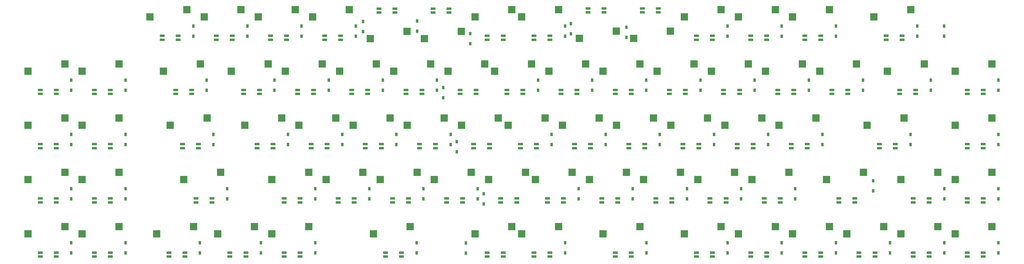
<source format=gbr>
%TF.GenerationSoftware,KiCad,Pcbnew,8.0.8*%
%TF.CreationDate,2025-04-11T15:04:37+09:00*%
%TF.ProjectId,sswkbd_wiring,7373776b-6264-45f7-9769-72696e672e6b,rev?*%
%TF.SameCoordinates,Original*%
%TF.FileFunction,Paste,Bot*%
%TF.FilePolarity,Positive*%
%FSLAX46Y46*%
G04 Gerber Fmt 4.6, Leading zero omitted, Abs format (unit mm)*
G04 Created by KiCad (PCBNEW 8.0.8) date 2025-04-11 15:04:37*
%MOMM*%
%LPD*%
G01*
G04 APERTURE LIST*
%ADD10R,0.950000X1.300000*%
%ADD11R,2.550000X2.500000*%
%ADD12R,1.700000X0.825000*%
G04 APERTURE END LIST*
D10*
%TO.C,D65*%
X41336999Y-153979950D03*
X41336999Y-150429950D03*
%TD*%
%TO.C,D32*%
X366509249Y-96929950D03*
X366509249Y-93379950D03*
%TD*%
%TO.C,D67*%
X86461999Y-153979950D03*
X86461999Y-150429950D03*
%TD*%
%TO.C,D50*%
X60336999Y-134979950D03*
X60336999Y-131429950D03*
%TD*%
%TO.C,D73*%
X243034249Y-153979950D03*
X243034249Y-150429950D03*
%TD*%
%TO.C,D46*%
X304759249Y-115954950D03*
X304759249Y-112404950D03*
%TD*%
%TO.C,D38*%
X155361999Y-115954950D03*
X155361999Y-112404950D03*
%TD*%
%TO.C,D76*%
X309509249Y-153979950D03*
X309509249Y-150429950D03*
%TD*%
%TO.C,D74*%
X271509249Y-153979950D03*
X271509249Y-150429950D03*
%TD*%
%TO.C,D52*%
X126861999Y-134979950D03*
X126861999Y-131429950D03*
%TD*%
%TO.C,D39*%
X174361999Y-115954950D03*
X174361999Y-112404950D03*
%TD*%
%TO.C,D15*%
X347491000Y-77923000D03*
X347491000Y-74373000D03*
%TD*%
%TO.C,D44*%
X266759249Y-115954950D03*
X266759249Y-112404950D03*
%TD*%
%TO.C,D4*%
X141111999Y-77929950D03*
X141111999Y-74379950D03*
%TD*%
%TO.C,D43*%
X247759249Y-115954950D03*
X247759249Y-112404950D03*
%TD*%
%TO.C,D41*%
X209759249Y-115954950D03*
X209759249Y-112404950D03*
%TD*%
%TO.C,D1*%
X84111999Y-77929950D03*
X84111999Y-74379950D03*
%TD*%
%TO.C,D11*%
X271509249Y-77929950D03*
X271509249Y-74379950D03*
%TD*%
%TO.C,D51*%
X95961999Y-134979950D03*
X95961999Y-131429950D03*
%TD*%
%TO.C,D59*%
X257259249Y-134979950D03*
X257259249Y-131429950D03*
%TD*%
%TO.C,D9*%
X216600000Y-77075000D03*
X216600000Y-73525000D03*
%TD*%
%TO.C,D3*%
X122111999Y-77929950D03*
X122111999Y-74379950D03*
%TD*%
%TO.C,D42*%
X228759249Y-115954950D03*
X228759249Y-112404950D03*
%TD*%
%TO.C,D64*%
X366509249Y-134979950D03*
X366509249Y-131429950D03*
%TD*%
%TO.C,D23*%
X171795000Y-99555000D03*
X171795000Y-96005000D03*
%TD*%
%TO.C,D33*%
X41336999Y-115954950D03*
X41336999Y-112404950D03*
%TD*%
%TO.C,D8*%
X214509249Y-77929950D03*
X214509249Y-74379950D03*
%TD*%
%TO.C,D45*%
X285759249Y-115954950D03*
X285759249Y-112404950D03*
%TD*%
%TO.C,D70*%
X162461999Y-153979950D03*
X162461999Y-150429950D03*
%TD*%
%TO.C,D24*%
X205009249Y-96929950D03*
X205009249Y-93379950D03*
%TD*%
%TO.C,D26*%
X243009249Y-96929950D03*
X243009249Y-93379950D03*
%TD*%
%TO.C,D6*%
X162600000Y-76175000D03*
X162600000Y-72625000D03*
%TD*%
%TO.C,D14*%
X338034249Y-77929950D03*
X338034249Y-74379950D03*
%TD*%
%TO.C,D12*%
X290509249Y-77929950D03*
X290509249Y-74379950D03*
%TD*%
%TO.C,D36*%
X117361999Y-115954950D03*
X117361999Y-112404950D03*
%TD*%
%TO.C,D29*%
X300009249Y-96929950D03*
X300009249Y-93379950D03*
%TD*%
%TO.C,D69*%
X126861999Y-153979950D03*
X126861999Y-150429950D03*
%TD*%
%TO.C,D20*%
X131611999Y-96929950D03*
X131611999Y-93379950D03*
%TD*%
%TO.C,D47*%
X335659249Y-115954950D03*
X335659249Y-112404950D03*
%TD*%
%TO.C,D62*%
X322550000Y-132225000D03*
X322550000Y-128675000D03*
%TD*%
%TO.C,D48*%
X366509249Y-115954950D03*
X366509249Y-112404950D03*
%TD*%
%TO.C,D22*%
X169611999Y-96929950D03*
X169611999Y-93379950D03*
%TD*%
%TO.C,D16*%
X41336999Y-96929950D03*
X41336999Y-93379950D03*
%TD*%
%TO.C,D49*%
X41336999Y-134979950D03*
X41336999Y-131429950D03*
%TD*%
%TO.C,D25*%
X224009249Y-96929950D03*
X224009249Y-93379950D03*
%TD*%
%TO.C,D53*%
X145861999Y-134979950D03*
X145861999Y-131429950D03*
%TD*%
%TO.C,D28*%
X281009249Y-96929950D03*
X281009249Y-93379950D03*
%TD*%
%TO.C,D7*%
X181255000Y-80530000D03*
X181255000Y-76980000D03*
%TD*%
%TO.C,D61*%
X295259249Y-134979950D03*
X295259249Y-131429950D03*
%TD*%
%TO.C,D37*%
X136361999Y-115954950D03*
X136361999Y-112404950D03*
%TD*%
%TO.C,D77*%
X328509249Y-153979950D03*
X328509249Y-150429950D03*
%TD*%
%TO.C,D10*%
X236000000Y-78375000D03*
X236000000Y-74825000D03*
%TD*%
%TO.C,D57*%
X219259249Y-134979950D03*
X219259249Y-131429950D03*
%TD*%
%TO.C,D75*%
X290509249Y-153979950D03*
X290509249Y-150429950D03*
%TD*%
%TO.C,D56*%
X186040000Y-136795000D03*
X186040000Y-133245000D03*
%TD*%
%TO.C,D60*%
X276259249Y-134979950D03*
X276259249Y-131429950D03*
%TD*%
%TO.C,D5*%
X143637000Y-76321000D03*
X143637000Y-72771000D03*
%TD*%
%TO.C,D35*%
X91211999Y-115954950D03*
X91211999Y-112404950D03*
%TD*%
%TO.C,D21*%
X150611999Y-96929950D03*
X150611999Y-93379950D03*
%TD*%
%TO.C,D13*%
X309509249Y-77929950D03*
X309509249Y-74379950D03*
%TD*%
%TO.C,D18*%
X88836999Y-96929950D03*
X88836999Y-93379950D03*
%TD*%
%TO.C,D27*%
X262009249Y-96929950D03*
X262009249Y-93379950D03*
%TD*%
%TO.C,D55*%
X183861999Y-134979950D03*
X183861999Y-131429950D03*
%TD*%
%TO.C,D54*%
X164861999Y-134979950D03*
X164861999Y-131429950D03*
%TD*%
%TO.C,D2*%
X103111999Y-77929950D03*
X103111999Y-74379950D03*
%TD*%
%TO.C,D79*%
X366509249Y-153979950D03*
X366509249Y-150429950D03*
%TD*%
%TO.C,D78*%
X347509249Y-153979950D03*
X347509249Y-150429950D03*
%TD*%
%TO.C,D34*%
X60336999Y-115954950D03*
X60336999Y-112404950D03*
%TD*%
%TO.C,D71*%
X179695000Y-154080000D03*
X179695000Y-150530000D03*
%TD*%
%TO.C,D58*%
X238259249Y-134979950D03*
X238259249Y-131429950D03*
%TD*%
%TO.C,D31*%
X342784249Y-96929950D03*
X342784249Y-93379950D03*
%TD*%
%TO.C,D68*%
X107861999Y-153979950D03*
X107861999Y-150429950D03*
%TD*%
%TO.C,D19*%
X112611999Y-96929950D03*
X112611999Y-93379950D03*
%TD*%
%TO.C,D17*%
X60336999Y-96929950D03*
X60336999Y-93379950D03*
%TD*%
%TO.C,D72*%
X214509249Y-153979950D03*
X214509249Y-150429950D03*
%TD*%
%TO.C,D30*%
X319009249Y-96929950D03*
X319009249Y-93379950D03*
%TD*%
%TO.C,D63*%
X347509249Y-134979950D03*
X347509249Y-131429950D03*
%TD*%
%TO.C,D40*%
X176525000Y-118525000D03*
X176525000Y-114975000D03*
%TD*%
%TO.C,D66*%
X60336999Y-153979950D03*
X60336999Y-150429950D03*
%TD*%
D11*
%TO.C,SW13*%
X307255000Y-68655000D03*
X294328000Y-71195000D03*
%TD*%
%TO.C,SW6*%
X165174250Y-78815000D03*
X178101250Y-76275000D03*
%TD*%
%TO.C,SW50*%
X45155750Y-128245000D03*
X58082750Y-125705000D03*
%TD*%
%TO.C,SW28*%
X278755000Y-87655000D03*
X265828000Y-90195000D03*
%TD*%
%TO.C,SW75*%
X288255000Y-144705000D03*
X275328000Y-147245000D03*
%TD*%
%TO.C,SW2*%
X100857750Y-68655000D03*
X87930750Y-71195000D03*
%TD*%
%TO.C,SW22*%
X167357750Y-87655000D03*
X154430750Y-90195000D03*
%TD*%
%TO.C,SW53*%
X143607750Y-125705000D03*
X130680750Y-128245000D03*
%TD*%
%TO.C,SW66*%
X45155750Y-147245000D03*
X58082750Y-144705000D03*
%TD*%
%TO.C,SW18*%
X86582750Y-87655000D03*
X73655750Y-90195000D03*
%TD*%
%TO.C,SW8*%
X212255000Y-68655000D03*
X199328000Y-71195000D03*
%TD*%
%TO.C,SW26*%
X240755000Y-87655000D03*
X227828000Y-90195000D03*
%TD*%
%TO.C,SW29*%
X297755000Y-87655000D03*
X284828000Y-90195000D03*
%TD*%
%TO.C,SW41*%
X207505000Y-106680000D03*
X194578000Y-109220000D03*
%TD*%
%TO.C,SW67*%
X84207750Y-144705000D03*
X71280750Y-147245000D03*
%TD*%
%TO.C,SW77*%
X326255000Y-144705000D03*
X313328000Y-147245000D03*
%TD*%
%TO.C,SW73*%
X240780000Y-144705000D03*
X227853000Y-147245000D03*
%TD*%
%TO.C,SW43*%
X245505000Y-106680000D03*
X232578000Y-109220000D03*
%TD*%
%TO.C,SW70*%
X160207750Y-144705000D03*
X147280750Y-147245000D03*
%TD*%
%TO.C,SW68*%
X105607750Y-144705000D03*
X92680750Y-147245000D03*
%TD*%
%TO.C,SW23*%
X186357750Y-87655000D03*
X173430750Y-90195000D03*
%TD*%
%TO.C,SW76*%
X307255000Y-144705000D03*
X294328000Y-147245000D03*
%TD*%
%TO.C,SW24*%
X202755000Y-87655000D03*
X189828000Y-90195000D03*
%TD*%
%TO.C,SW10*%
X238545000Y-78745000D03*
X251472000Y-76205000D03*
%TD*%
%TO.C,SW79*%
X364255000Y-144705000D03*
X351328000Y-147245000D03*
%TD*%
%TO.C,SW78*%
X345255000Y-144705000D03*
X332328000Y-147245000D03*
%TD*%
%TO.C,SW16*%
X26155750Y-90195000D03*
X39082750Y-87655000D03*
%TD*%
%TO.C,SW65*%
X26155750Y-147245000D03*
X39082750Y-144705000D03*
%TD*%
%TO.C,SW58*%
X236005000Y-125705000D03*
X223078000Y-128245000D03*
%TD*%
%TO.C,SW57*%
X217005000Y-125705000D03*
X204078000Y-128245000D03*
%TD*%
%TO.C,SW59*%
X255005000Y-125705000D03*
X242078000Y-128245000D03*
%TD*%
%TO.C,SW64*%
X364255000Y-125705000D03*
X351328000Y-128245000D03*
%TD*%
%TO.C,SW14*%
X335780000Y-68655000D03*
X322853000Y-71195000D03*
%TD*%
%TO.C,SW63*%
X345255000Y-125705000D03*
X332328000Y-128245000D03*
%TD*%
%TO.C,SW38*%
X153107750Y-106680000D03*
X140180750Y-109220000D03*
%TD*%
%TO.C,SW69*%
X124607750Y-144705000D03*
X111680750Y-147245000D03*
%TD*%
%TO.C,SW60*%
X274005000Y-125705000D03*
X261078000Y-128245000D03*
%TD*%
%TO.C,SW9*%
X219545000Y-78745000D03*
X232472000Y-76205000D03*
%TD*%
%TO.C,SW51*%
X93707750Y-125705000D03*
X80780750Y-128245000D03*
%TD*%
%TO.C,SW12*%
X288255000Y-68655000D03*
X275328000Y-71195000D03*
%TD*%
%TO.C,SW49*%
X26155750Y-128245000D03*
X39082750Y-125705000D03*
%TD*%
%TO.C,SW27*%
X259755000Y-87655000D03*
X246828000Y-90195000D03*
%TD*%
%TO.C,SW56*%
X200607750Y-125705000D03*
X187680750Y-128245000D03*
%TD*%
%TO.C,SW7*%
X195857750Y-68655000D03*
X182930750Y-71195000D03*
%TD*%
%TO.C,SW39*%
X172107750Y-106680000D03*
X159180750Y-109220000D03*
%TD*%
%TO.C,SW4*%
X138857750Y-68655000D03*
X125930750Y-71195000D03*
%TD*%
%TO.C,SW47*%
X333405000Y-106680000D03*
X320478000Y-109220000D03*
%TD*%
%TO.C,SW17*%
X45155750Y-90195000D03*
X58082750Y-87655000D03*
%TD*%
%TO.C,SW19*%
X110357750Y-87655000D03*
X97430750Y-90195000D03*
%TD*%
%TO.C,SW36*%
X115107750Y-106680000D03*
X102180750Y-109220000D03*
%TD*%
%TO.C,SW55*%
X181607750Y-125705000D03*
X168680750Y-128245000D03*
%TD*%
%TO.C,SW62*%
X319155000Y-125705000D03*
X306228000Y-128245000D03*
%TD*%
%TO.C,SW31*%
X340530000Y-87655000D03*
X327603000Y-90195000D03*
%TD*%
%TO.C,SW61*%
X293005000Y-125705000D03*
X280078000Y-128245000D03*
%TD*%
%TO.C,SW48*%
X364255000Y-106680000D03*
X351328000Y-109220000D03*
%TD*%
%TO.C,SW5*%
X146174250Y-78815000D03*
X159101250Y-76275000D03*
%TD*%
%TO.C,SW52*%
X124607750Y-125705000D03*
X111680750Y-128245000D03*
%TD*%
%TO.C,SW54*%
X162607750Y-125705000D03*
X149680750Y-128245000D03*
%TD*%
%TO.C,SW33*%
X26155750Y-109220000D03*
X39082750Y-106680000D03*
%TD*%
%TO.C,SW37*%
X134107750Y-106680000D03*
X121180750Y-109220000D03*
%TD*%
%TO.C,SW1*%
X81857750Y-68655000D03*
X68930750Y-71195000D03*
%TD*%
%TO.C,SW30*%
X316755000Y-87655000D03*
X303828000Y-90195000D03*
%TD*%
%TO.C,SW32*%
X364255000Y-87655000D03*
X351328000Y-90195000D03*
%TD*%
%TO.C,SW71*%
X195857750Y-144705000D03*
X182930750Y-147245000D03*
%TD*%
%TO.C,SW11*%
X269255000Y-68655000D03*
X256328000Y-71195000D03*
%TD*%
%TO.C,SW21*%
X148357750Y-87655000D03*
X135430750Y-90195000D03*
%TD*%
%TO.C,SW25*%
X221755000Y-87655000D03*
X208828000Y-90195000D03*
%TD*%
%TO.C,SW40*%
X191107750Y-106680000D03*
X178180750Y-109220000D03*
%TD*%
%TO.C,SW72*%
X212255000Y-144705000D03*
X199328000Y-147245000D03*
%TD*%
%TO.C,SW20*%
X129357750Y-87655000D03*
X116430750Y-90195000D03*
%TD*%
%TO.C,SW35*%
X88957750Y-106680000D03*
X76030750Y-109220000D03*
%TD*%
%TO.C,SW34*%
X45155750Y-109220000D03*
X58082750Y-106680000D03*
%TD*%
%TO.C,SW44*%
X264505000Y-106680000D03*
X251578000Y-109220000D03*
%TD*%
%TO.C,SW74*%
X269255000Y-144705000D03*
X256328000Y-147245000D03*
%TD*%
%TO.C,SW42*%
X226505000Y-106680000D03*
X213578000Y-109220000D03*
%TD*%
%TO.C,SW3*%
X119857750Y-68655000D03*
X106930750Y-71195000D03*
%TD*%
%TO.C,SW45*%
X283505000Y-106680000D03*
X270578000Y-109220000D03*
%TD*%
%TO.C,SW46*%
X302505000Y-106680000D03*
X289578000Y-109220000D03*
%TD*%
D12*
%TO.C,LED77*%
X208363000Y-134847999D03*
X208363000Y-136248000D03*
X213963000Y-136248001D03*
X213963000Y-134848000D03*
%TD*%
%TO.C,LED3*%
X36040750Y-134848000D03*
X36040750Y-136248001D03*
X30440750Y-136248000D03*
X30440750Y-134847999D03*
%TD*%
%TO.C,LED27*%
X144465750Y-115822999D03*
X144465750Y-117223000D03*
X150065750Y-117223001D03*
X150065750Y-115823000D03*
%TD*%
%TO.C,LED70*%
X227363000Y-134847999D03*
X227363000Y-136248000D03*
X232963000Y-136248001D03*
X232963000Y-134848000D03*
%TD*%
%TO.C,LED7*%
X55040750Y-115823000D03*
X55040750Y-117223001D03*
X49440750Y-117223000D03*
X49440750Y-115822999D03*
%TD*%
%TO.C,LED32*%
X172965750Y-134847999D03*
X172965750Y-136248000D03*
X178565750Y-136248001D03*
X178565750Y-134848000D03*
%TD*%
%TO.C,LED38*%
X187215750Y-77797999D03*
X187215750Y-79198000D03*
X192815750Y-79198001D03*
X192815750Y-77798000D03*
%TD*%
%TO.C,LED13*%
X75565750Y-153847999D03*
X75565750Y-155248000D03*
X81165750Y-155248001D03*
X81165750Y-153848000D03*
%TD*%
%TO.C,LED30*%
X158715750Y-96797999D03*
X158715750Y-98198000D03*
X164315750Y-98198001D03*
X164315750Y-96798000D03*
%TD*%
%TO.C,LED28*%
X130215750Y-77797999D03*
X130215750Y-79198000D03*
X135815750Y-79198001D03*
X135815750Y-77798000D03*
%TD*%
%TO.C,LED71*%
X232138000Y-153847999D03*
X232138000Y-155248000D03*
X237738000Y-155248001D03*
X237738000Y-153848000D03*
%TD*%
%TO.C,LED35*%
X177715750Y-96797999D03*
X177715750Y-98198000D03*
X183315750Y-98198001D03*
X183315750Y-96798000D03*
%TD*%
%TO.C,LED29*%
X154816250Y-69672001D03*
X154816250Y-68272000D03*
X149216250Y-68271999D03*
X149216250Y-69672000D03*
%TD*%
%TO.C,LED58*%
X260613000Y-77797999D03*
X260613000Y-79198000D03*
X266213000Y-79198001D03*
X266213000Y-77798000D03*
%TD*%
%TO.C,LED11*%
X80315750Y-115822999D03*
X80315750Y-117223000D03*
X85915750Y-117223001D03*
X85915750Y-115823000D03*
%TD*%
%TO.C,LED52*%
X298613000Y-153847999D03*
X298613000Y-155248000D03*
X304213000Y-155248001D03*
X304213000Y-153848000D03*
%TD*%
%TO.C,LED60*%
X274863000Y-115822999D03*
X274863000Y-117223000D03*
X280463000Y-117223001D03*
X280463000Y-115823000D03*
%TD*%
%TO.C,LED76*%
X198863000Y-115822999D03*
X198863000Y-117223000D03*
X204463000Y-117223001D03*
X204463000Y-115823000D03*
%TD*%
%TO.C,LED46*%
X331888000Y-96797999D03*
X331888000Y-98198000D03*
X337488000Y-98198001D03*
X337488000Y-96798000D03*
%TD*%
%TO.C,LED37*%
X173816250Y-69672001D03*
X173816250Y-68272000D03*
X168216250Y-68271999D03*
X168216250Y-69672000D03*
%TD*%
%TO.C,LED68*%
X232113000Y-96797999D03*
X232113000Y-98198000D03*
X237713000Y-98198001D03*
X237713000Y-96798000D03*
%TD*%
%TO.C,LED45*%
X324763000Y-115822999D03*
X324763000Y-117223000D03*
X330363000Y-117223001D03*
X330363000Y-115823000D03*
%TD*%
%TO.C,LED50*%
X310513000Y-134847999D03*
X310513000Y-136248000D03*
X316113000Y-136248001D03*
X316113000Y-134848000D03*
%TD*%
%TO.C,LED14*%
X96965750Y-153847999D03*
X96965750Y-155248000D03*
X102565750Y-155248001D03*
X102565750Y-153848000D03*
%TD*%
%TO.C,LED1*%
X36040750Y-96798000D03*
X36040750Y-98198001D03*
X30440750Y-98198000D03*
X30440750Y-96797999D03*
%TD*%
%TO.C,LED62*%
X260613000Y-153847999D03*
X260613000Y-155248000D03*
X266213000Y-155248001D03*
X266213000Y-153848000D03*
%TD*%
%TO.C,LED69*%
X236863000Y-115822999D03*
X236863000Y-117223000D03*
X242463000Y-117223001D03*
X242463000Y-115823000D03*
%TD*%
%TO.C,LED64*%
X255863000Y-115822999D03*
X255863000Y-117223000D03*
X261463000Y-117223001D03*
X261463000Y-115823000D03*
%TD*%
%TO.C,LED18*%
X101715750Y-96797999D03*
X101715750Y-98198000D03*
X107315750Y-98198001D03*
X107315750Y-96798000D03*
%TD*%
%TO.C,LED74*%
X203613000Y-77797999D03*
X203613000Y-79198000D03*
X209213000Y-79198001D03*
X209213000Y-77798000D03*
%TD*%
%TO.C,LED24*%
X151565750Y-153847999D03*
X151565750Y-155248000D03*
X157165750Y-155248001D03*
X157165750Y-153848000D03*
%TD*%
%TO.C,LED63*%
X246363000Y-134847999D03*
X246363000Y-136248000D03*
X251963000Y-136248001D03*
X251963000Y-134848000D03*
%TD*%
%TO.C,LED61*%
X265363000Y-134847999D03*
X265363000Y-136248000D03*
X270963000Y-136248001D03*
X270963000Y-134848000D03*
%TD*%
%TO.C,LED2*%
X36040750Y-115823000D03*
X36040750Y-117223001D03*
X30440750Y-117223000D03*
X30440750Y-115822999D03*
%TD*%
%TO.C,LED20*%
X111215750Y-77797999D03*
X111215750Y-79198000D03*
X116815750Y-79198001D03*
X116815750Y-77798000D03*
%TD*%
%TO.C,LED19*%
X92215750Y-77797999D03*
X92215750Y-79198000D03*
X97815750Y-79198001D03*
X97815750Y-77798000D03*
%TD*%
%TO.C,LED41*%
X355613000Y-134847999D03*
X355613000Y-136248000D03*
X361213000Y-136248001D03*
X361213000Y-134848000D03*
%TD*%
%TO.C,LED33*%
X187215750Y-153847999D03*
X187215750Y-155248000D03*
X192815750Y-155248001D03*
X192815750Y-153848000D03*
%TD*%
%TO.C,LED59*%
X270113000Y-96797999D03*
X270113000Y-98198000D03*
X275713000Y-98198001D03*
X275713000Y-96798000D03*
%TD*%
%TO.C,LED72*%
X217863000Y-115822999D03*
X217863000Y-117223000D03*
X223463000Y-117223001D03*
X223463000Y-115823000D03*
%TD*%
%TO.C,LED57*%
X279613000Y-77797999D03*
X279613000Y-79198000D03*
X285213000Y-79198001D03*
X285213000Y-77798000D03*
%TD*%
%TO.C,LED47*%
X327138000Y-77797999D03*
X327138000Y-79198000D03*
X332738000Y-79198001D03*
X332738000Y-77798000D03*
%TD*%
%TO.C,LED48*%
X298613000Y-77797999D03*
X298613000Y-79198000D03*
X304213000Y-79198001D03*
X304213000Y-77798000D03*
%TD*%
%TO.C,LED22*%
X125465750Y-115822999D03*
X125465750Y-117223000D03*
X131065750Y-117223001D03*
X131065750Y-115823000D03*
%TD*%
%TO.C,LED73*%
X213113000Y-96797999D03*
X213113000Y-98198000D03*
X218713000Y-98198001D03*
X218713000Y-96798000D03*
%TD*%
%TO.C,LED23*%
X134965750Y-134847999D03*
X134965750Y-136248000D03*
X140565750Y-136248001D03*
X140565750Y-134848000D03*
%TD*%
%TO.C,LED43*%
X336613000Y-153847999D03*
X336613000Y-155248000D03*
X342213000Y-155248001D03*
X342213000Y-153848000D03*
%TD*%
%TO.C,LED4*%
X36040750Y-153848000D03*
X36040750Y-155248001D03*
X30440750Y-155248000D03*
X30440750Y-153847999D03*
%TD*%
%TO.C,LED21*%
X120715750Y-96797999D03*
X120715750Y-98198000D03*
X126315750Y-98198001D03*
X126315750Y-96798000D03*
%TD*%
%TO.C,LED8*%
X55040750Y-96798000D03*
X55040750Y-98198001D03*
X49440750Y-98198000D03*
X49440750Y-96797999D03*
%TD*%
%TO.C,LED49*%
X308113000Y-96797999D03*
X308113000Y-98198000D03*
X313713000Y-98198001D03*
X313713000Y-96798000D03*
%TD*%
%TO.C,LED15*%
X115965750Y-153847999D03*
X115965750Y-155248000D03*
X121565750Y-155248001D03*
X121565750Y-153848000D03*
%TD*%
%TO.C,LED78*%
X203613000Y-153847999D03*
X203613000Y-155248000D03*
X209213000Y-155248001D03*
X209213000Y-153848000D03*
%TD*%
%TO.C,LED39*%
X355613000Y-96797999D03*
X355613000Y-98198000D03*
X361213000Y-98198001D03*
X361213000Y-96798000D03*
%TD*%
%TO.C,LED44*%
X336613000Y-134847999D03*
X336613000Y-136248000D03*
X342213000Y-136248001D03*
X342213000Y-134848000D03*
%TD*%
%TO.C,LED75*%
X194113000Y-96797999D03*
X194113000Y-98198000D03*
X199713000Y-98198001D03*
X199713000Y-96798000D03*
%TD*%
%TO.C,LED5*%
X55040750Y-153848000D03*
X55040750Y-155248001D03*
X49440750Y-155248000D03*
X49440750Y-153847999D03*
%TD*%
%TO.C,LED51*%
X317613000Y-153847999D03*
X317613000Y-155248000D03*
X323213000Y-155248001D03*
X323213000Y-153848000D03*
%TD*%
%TO.C,LED6*%
X55040750Y-134848000D03*
X55040750Y-136248001D03*
X49440750Y-136248000D03*
X49440750Y-134847999D03*
%TD*%
%TO.C,LED42*%
X355613000Y-153847999D03*
X355613000Y-155248000D03*
X361213000Y-155248001D03*
X361213000Y-153848000D03*
%TD*%
%TO.C,LED34*%
X191965750Y-134847999D03*
X191965750Y-136248000D03*
X197565750Y-136248001D03*
X197565750Y-134848000D03*
%TD*%
%TO.C,LED10*%
X77940750Y-96797999D03*
X77940750Y-98198000D03*
X83540750Y-98198001D03*
X83540750Y-96798000D03*
%TD*%
%TO.C,LED17*%
X106465750Y-115822999D03*
X106465750Y-117223000D03*
X112065750Y-117223001D03*
X112065750Y-115823000D03*
%TD*%
%TO.C,LED56*%
X293863000Y-115822999D03*
X293863000Y-117223000D03*
X299463000Y-117223001D03*
X299463000Y-115823000D03*
%TD*%
%TO.C,LED67*%
X228187000Y-69602001D03*
X228187000Y-68202000D03*
X222587000Y-68201999D03*
X222587000Y-69602000D03*
%TD*%
%TO.C,LED31*%
X163465750Y-115822999D03*
X163465750Y-117223000D03*
X169065750Y-117223001D03*
X169065750Y-115823000D03*
%TD*%
%TO.C,LED53*%
X279613000Y-153847999D03*
X279613000Y-155248000D03*
X285213000Y-155248001D03*
X285213000Y-153848000D03*
%TD*%
%TO.C,LED36*%
X182465750Y-115822999D03*
X182465750Y-117223000D03*
X188065750Y-117223001D03*
X188065750Y-115823000D03*
%TD*%
%TO.C,LED65*%
X247187000Y-69602001D03*
X247187000Y-68202000D03*
X241587000Y-68201999D03*
X241587000Y-69602000D03*
%TD*%
%TO.C,LED9*%
X73215750Y-77797999D03*
X73215750Y-79198000D03*
X78815750Y-79198001D03*
X78815750Y-77798000D03*
%TD*%
%TO.C,LED66*%
X251113000Y-96797999D03*
X251113000Y-98198000D03*
X256713000Y-98198001D03*
X256713000Y-96798000D03*
%TD*%
%TO.C,LED26*%
X139715750Y-96797999D03*
X139715750Y-98198000D03*
X145315750Y-98198001D03*
X145315750Y-96798000D03*
%TD*%
%TO.C,LED54*%
X284363000Y-134847999D03*
X284363000Y-136248000D03*
X289963000Y-136248001D03*
X289963000Y-134848000D03*
%TD*%
%TO.C,LED55*%
X289113000Y-96797999D03*
X289113000Y-98198000D03*
X294713000Y-98198001D03*
X294713000Y-96798000D03*
%TD*%
%TO.C,LED12*%
X85065750Y-134847999D03*
X85065750Y-136248000D03*
X90665750Y-136248001D03*
X90665750Y-134848000D03*
%TD*%
%TO.C,LED40*%
X355613000Y-115822999D03*
X355613000Y-117223000D03*
X361213000Y-117223001D03*
X361213000Y-115823000D03*
%TD*%
%TO.C,LED25*%
X153965750Y-134847999D03*
X153965750Y-136248000D03*
X159565750Y-136248001D03*
X159565750Y-134848000D03*
%TD*%
%TO.C,LED16*%
X115965750Y-134847999D03*
X115965750Y-136248000D03*
X121565750Y-136248001D03*
X121565750Y-134848000D03*
%TD*%
M02*

</source>
